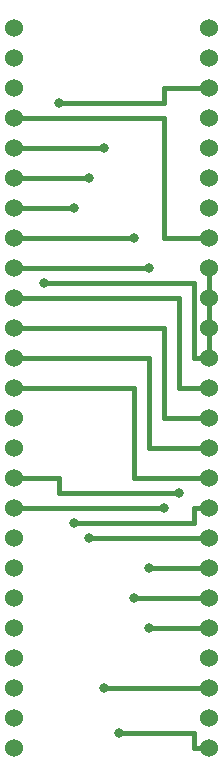
<source format=gbr>
G04 DesignSpark PCB Gerber Version 10.0 Build 5299*
%FSLAX35Y35*%
%MOIN*%
%ADD11C,0.01500*%
%ADD146C,0.03189*%
%ADD10C,0.06000*%
X0Y0D02*
D02*
D10*
X10250Y10250D03*
Y20250D03*
Y30250D03*
Y40250D03*
Y50250D03*
Y60250D03*
Y70250D03*
Y80250D03*
Y90250D03*
Y100250D03*
Y110250D03*
Y120250D03*
Y130250D03*
Y140250D03*
Y150250D03*
Y160250D03*
Y170250D03*
Y180250D03*
Y190250D03*
Y200250D03*
Y210250D03*
Y220250D03*
Y230250D03*
Y240250D03*
Y250250D03*
X75250Y10250D03*
Y20250D03*
Y30250D03*
Y40250D03*
Y50250D03*
Y60250D03*
Y70250D03*
Y80250D03*
Y90250D03*
Y100250D03*
Y110250D03*
Y120250D03*
Y130250D03*
Y140250D03*
Y150250D03*
Y160250D03*
Y170250D03*
Y180250D03*
Y190250D03*
Y200250D03*
Y210250D03*
Y220250D03*
Y230250D03*
Y240250D03*
Y250250D03*
D02*
D11*
X10250Y90250D02*
X60250D01*
X10250Y100250D02*
X25250D01*
Y95250D01*
X65250D01*
X10250Y130250D02*
X50250D01*
Y100250D01*
X75250D01*
X10250Y140250D02*
X55250D01*
Y110250D01*
X75250D01*
X10250Y150250D02*
X60250D01*
Y120250D01*
X75250D01*
X10250Y160250D02*
X65250D01*
Y130250D01*
X75250D01*
X10250Y170250D02*
X55250D01*
X10250Y180250D02*
X50250D01*
X10250Y190250D02*
X30250D01*
X10250Y200250D02*
X35250D01*
X10250Y210250D02*
X40250D01*
X25250Y225250D02*
X60250D01*
Y230250D01*
X75250D01*
X30250Y85250D02*
X70250D01*
Y90250D01*
X75250D01*
X35250Y80250D02*
X75250D01*
X40250Y30250D02*
X75250D01*
X50250Y60250D02*
X75250D01*
X55250Y50250D02*
X75250D01*
X55250Y70250D02*
X75250D01*
Y10250D02*
X70250D01*
Y15250D01*
X45250D01*
X75250Y140250D02*
X70250D01*
Y165250D01*
X20250D01*
X75250Y150250D02*
Y140250D01*
Y160250D02*
Y150250D01*
Y170250D02*
Y160250D01*
Y180250D02*
X60250D01*
Y220250D01*
X10250D01*
D02*
D146*
X20250Y165250D03*
X25250Y225250D03*
X30250Y85250D03*
Y190250D03*
X35250Y80250D03*
Y200250D03*
X40250Y30250D03*
Y210250D03*
X45250Y15250D03*
X50250Y60250D03*
Y180250D03*
X55250Y50250D03*
Y70250D03*
Y170250D03*
X60250Y90250D03*
X65250Y95250D03*
X0Y0D02*
M02*

</source>
